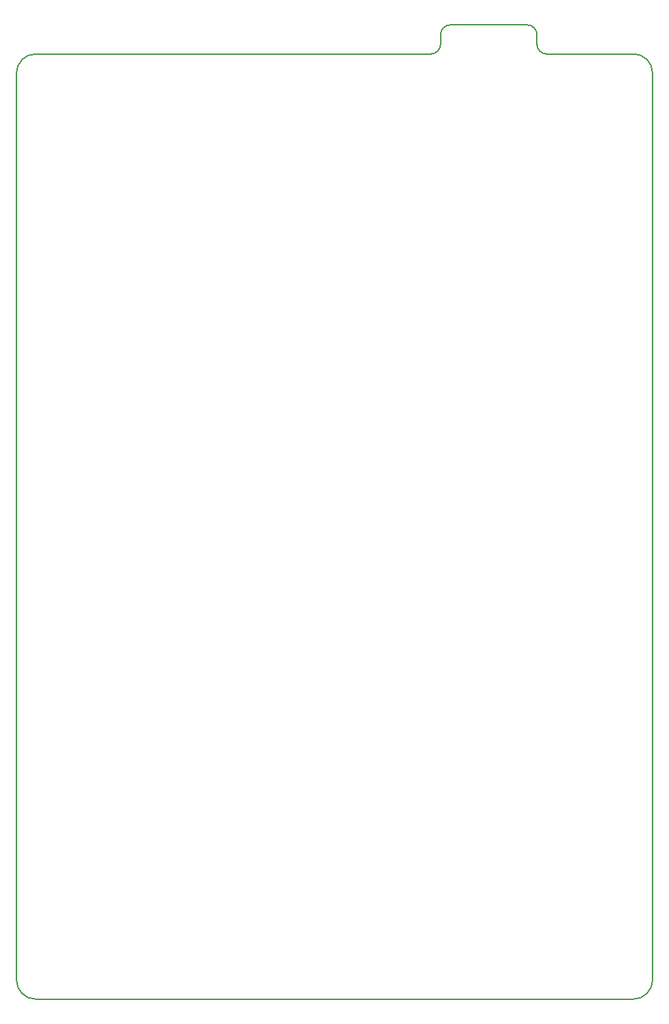
<source format=gbr>
G04 #@! TF.GenerationSoftware,KiCad,Pcbnew,5.1.2*
G04 #@! TF.CreationDate,2019-07-29T09:43:07-03:00*
G04 #@! TF.ProjectId,zeke,7a656b65-2e6b-4696-9361-645f70636258,rev?*
G04 #@! TF.SameCoordinates,Original*
G04 #@! TF.FileFunction,Profile,NP*
%FSLAX46Y46*%
G04 Gerber Fmt 4.6, Leading zero omitted, Abs format (unit mm)*
G04 Created by KiCad (PCBNEW 5.1.2) date 2019-07-29 09:43:07*
%MOMM*%
%LPD*%
G04 APERTURE LIST*
%ADD10C,0.127000*%
G04 APERTURE END LIST*
D10*
X89297250Y-32147010D02*
X98822290Y-32147010D01*
X111919220Y-152400640D02*
X38100160Y-152400640D01*
X35718900Y-38100160D02*
X35718900Y-150019380D01*
X114300480Y-38100160D02*
X114300480Y-150019380D01*
X101203550Y-35718900D02*
X111919220Y-35718900D01*
X86915990Y-35718900D02*
X38100160Y-35718900D01*
X38100160Y-152400640D02*
G75*
G02X35718900Y-150019380I0J2381260D01*
G01*
X114300480Y-150019380D02*
G75*
G02X111919220Y-152400640I-2381260J0D01*
G01*
X111919220Y-35718900D02*
G75*
G02X114300480Y-38100160I0J-2381260D01*
G01*
X35718900Y-38100160D02*
G75*
G02X38100160Y-35718900I2381260J0D01*
G01*
X100012920Y-33337640D02*
X100012920Y-34528270D01*
X88106620Y-33337640D02*
X88106620Y-34528270D01*
X88106620Y-34528270D02*
G75*
G02X86915990Y-35718900I-1190630J0D01*
G01*
X88106620Y-33337640D02*
G75*
G02X89297250Y-32147010I1190630J0D01*
G01*
X98822290Y-32147010D02*
G75*
G02X100012920Y-33337640I0J-1190630D01*
G01*
X101203550Y-35718900D02*
G75*
G02X100012920Y-34528270I0J1190630D01*
G01*
M02*

</source>
